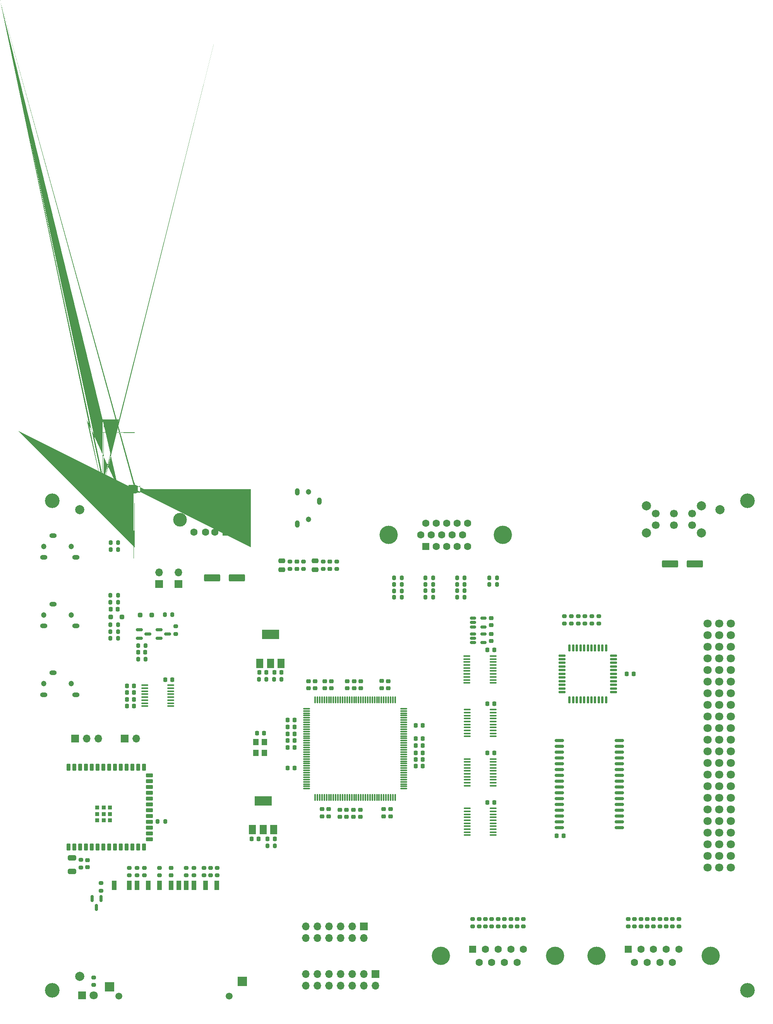
<source format=gts>
%TF.GenerationSoftware,KiCad,Pcbnew,(7.0.0)*%
%TF.CreationDate,2023-07-18T19:19:10-07:00*%
%TF.ProjectId,aquarius-plus,61717561-7269-4757-932d-706c75732e6b,rev?*%
%TF.SameCoordinates,Original*%
%TF.FileFunction,Soldermask,Top*%
%TF.FilePolarity,Negative*%
%FSLAX46Y46*%
G04 Gerber Fmt 4.6, Leading zero omitted, Abs format (unit mm)*
G04 Created by KiCad (PCBNEW (7.0.0)) date 2023-07-18 19:19:10*
%MOMM*%
%LPD*%
G01*
G04 APERTURE LIST*
G04 Aperture macros list*
%AMRoundRect*
0 Rectangle with rounded corners*
0 $1 Rounding radius*
0 $2 $3 $4 $5 $6 $7 $8 $9 X,Y pos of 4 corners*
0 Add a 4 corners polygon primitive as box body*
4,1,4,$2,$3,$4,$5,$6,$7,$8,$9,$2,$3,0*
0 Add four circle primitives for the rounded corners*
1,1,$1+$1,$2,$3*
1,1,$1+$1,$4,$5*
1,1,$1+$1,$6,$7*
1,1,$1+$1,$8,$9*
0 Add four rect primitives between the rounded corners*
20,1,$1+$1,$2,$3,$4,$5,0*
20,1,$1+$1,$4,$5,$6,$7,0*
20,1,$1+$1,$6,$7,$8,$9,0*
20,1,$1+$1,$8,$9,$2,$3,0*%
%AMFreePoly0*
4,1,205,1.200354,0.780354,1.200500,0.780000,1.200500,-0.775000,1.200354,-0.775354,1.200000,-0.775500,0.002000,-0.775500,0.001646,-0.775354,0.001500,-0.775000,0.001500,-0.774762,0.000000,-0.775000,-0.001500,-0.774762,-0.001500,-0.775000,-0.001503,-0.775009,-0.001500,-0.775020,-0.001580,-0.775194,-0.001646,-0.775354,-0.001655,-0.775357,-0.001660,-0.775368,-0.001839,-0.775433,-0.002000,-0.775500,
-0.002009,-0.775496,-0.002020,-0.775500,-0.027020,-0.774500,-0.027028,-0.774495,-0.027038,-0.774499,-0.053038,-0.772499,-0.053047,-0.772494,-0.053057,-0.772497,-0.079057,-0.769497,-0.079075,-0.769486,-0.079095,-0.769491,-0.105094,-0.764491,-0.105104,-0.764484,-0.105117,-0.764486,-0.130117,-0.758486,-0.130124,-0.758480,-0.130134,-0.758482,-0.155135,-0.751481,-0.155148,-0.751470,-0.155169,-0.751471,
-0.180169,-0.742470,-0.180177,-0.742462,-0.180192,-0.742462,-0.204192,-0.732462,-0.204198,-0.732455,-0.204208,-0.732455,-0.228208,-0.721455,-0.228223,-0.721437,-0.228246,-0.721435,-0.251246,-0.708435,-0.251248,-0.708431,-0.251254,-0.708431,-0.273254,-0.695430,-0.273267,-0.695412,-0.273291,-0.695407,-0.294291,-0.680407,-0.294295,-0.680400,-0.294303,-0.680398,-0.315303,-0.664398,-0.315310,-0.664385,
-0.315324,-0.664381,-0.335324,-0.647381,-0.335330,-0.647368,-0.335344,-0.647363,-0.354344,-0.629363,-0.354349,-0.629349,-0.354363,-0.629344,-0.372363,-0.610344,-0.372368,-0.610330,-0.372381,-0.610324,-0.389381,-0.590324,-0.389385,-0.590310,-0.389398,-0.590303,-0.405398,-0.569303,-0.405400,-0.569295,-0.405407,-0.569291,-0.420407,-0.548291,-0.420412,-0.548267,-0.420430,-0.548254,-0.433430,-0.526254,
-0.433430,-0.526249,-0.433435,-0.526246,-0.446435,-0.503246,-0.446437,-0.503224,-0.446454,-0.503209,-0.457455,-0.479208,-0.457455,-0.479198,-0.457462,-0.479192,-0.467462,-0.455192,-0.467462,-0.455178,-0.467470,-0.455170,-0.476470,-0.430169,-0.476469,-0.430150,-0.476481,-0.430135,-0.483481,-0.405135,-0.483479,-0.405125,-0.483486,-0.405117,-0.489486,-0.380117,-0.489484,-0.380104,-0.489491,-0.380094,
-0.494491,-0.354094,-0.494487,-0.354075,-0.494497,-0.354058,-0.497497,-0.328057,-0.497494,-0.328048,-0.497499,-0.328039,-0.499499,-0.302038,-0.499495,-0.302028,-0.499500,-0.302019,-0.500500,-0.275019,-0.500496,-0.275008,-0.500500,-0.275000,-0.500500,0.275000,-0.500496,0.275008,-0.500500,0.275019,-0.499500,0.301019,-0.499495,0.301028,-0.499499,0.301038,-0.497499,0.327039,-0.497494,0.327048,
-0.497497,0.327057,-0.494497,0.353058,-0.494487,0.353075,-0.494491,0.353094,-0.489491,0.379094,-0.489484,0.379104,-0.489486,0.379117,-0.483486,0.404117,-0.483482,0.404122,-0.483483,0.404130,-0.476483,0.430130,-0.476467,0.430150,-0.476468,0.430176,-0.467468,0.454176,-0.467462,0.454182,-0.467462,0.454192,-0.457462,0.478192,-0.457455,0.478198,-0.457455,0.478208,-0.446454,0.502209,
-0.446437,0.502224,-0.446435,0.502246,-0.433435,0.525246,-0.433424,0.525254,-0.433422,0.525268,-0.405422,0.569269,-0.405403,0.569281,-0.405398,0.569303,-0.389398,0.590303,-0.389385,0.590310,-0.389381,0.590324,-0.372381,0.610324,-0.372368,0.610330,-0.372363,0.610344,-0.354363,0.629344,-0.354349,0.629349,-0.354344,0.629363,-0.335344,0.647363,-0.335330,0.647368,-0.335324,0.647381,
-0.315324,0.664381,-0.315310,0.664385,-0.315303,0.664398,-0.294303,0.680398,-0.294280,0.680403,-0.294268,0.680422,-0.250268,0.708422,-0.250254,0.708424,-0.250246,0.708435,-0.227246,0.721435,-0.227223,0.721437,-0.227208,0.721455,-0.203208,0.732455,-0.203198,0.732455,-0.203192,0.732462,-0.179192,0.742462,-0.179182,0.742462,-0.179176,0.742468,-0.155176,0.751468,-0.155150,0.751467,
-0.155130,0.751483,-0.129130,0.758483,-0.129122,0.758482,-0.129117,0.758486,-0.104117,0.764486,-0.104104,0.764484,-0.104094,0.764491,-0.078095,0.769491,-0.078075,0.769486,-0.078057,0.769497,-0.052057,0.772497,-0.052047,0.772494,-0.052038,0.772499,-0.026038,0.774499,-0.026028,0.774495,-0.026019,0.774500,-0.000019,0.775500,-0.000008,0.775496,0.000000,0.775500,1.194500,0.775500,
1.194500,0.780000,1.194646,0.780354,1.195000,0.780500,1.200000,0.780500,1.200354,0.780354,1.200354,0.780354,$1*%
%AMFreePoly1*
4,1,205,-0.001646,0.775354,-0.001500,0.775000,-0.001500,0.774762,0.000000,0.775000,0.001500,0.774762,0.001500,0.775000,0.001503,0.775009,0.001500,0.775020,0.001580,0.775194,0.001646,0.775354,0.001655,0.775357,0.001660,0.775368,0.001839,0.775433,0.002000,0.775500,0.002009,0.775496,0.002020,0.775500,0.027020,0.774500,0.027028,0.774495,0.027038,0.774499,0.053039,0.772499,
0.053048,0.772494,0.053057,0.772497,0.079058,0.769497,0.079075,0.769487,0.079094,0.769491,0.105094,0.764491,0.105104,0.764484,0.105117,0.764486,0.130117,0.758486,0.130125,0.758479,0.130135,0.758481,0.155135,0.751481,0.155150,0.751469,0.155169,0.751470,0.180170,0.742470,0.180178,0.742462,0.180192,0.742462,0.204192,0.732462,0.204198,0.732455,0.204208,0.732455,
0.228209,0.721454,0.228224,0.721437,0.228246,0.721435,0.251246,0.708435,0.251249,0.708430,0.251254,0.708430,0.273254,0.695430,0.273267,0.695412,0.273291,0.695407,0.294291,0.680407,0.294295,0.680400,0.294303,0.680398,0.315303,0.664398,0.315310,0.664385,0.315324,0.664381,0.335324,0.647381,0.335330,0.647368,0.335344,0.647363,0.354344,0.629363,0.354349,0.629349,
0.354363,0.629344,0.372363,0.610344,0.372368,0.610330,0.372381,0.610324,0.389381,0.590324,0.389385,0.590310,0.389398,0.590303,0.405398,0.569303,0.405400,0.569295,0.405407,0.569291,0.420407,0.548291,0.420412,0.548267,0.420430,0.548254,0.433431,0.526254,0.433431,0.526248,0.433435,0.526246,0.446435,0.503246,0.446437,0.503223,0.446455,0.503208,0.457455,0.479208,
0.457455,0.479198,0.457462,0.479192,0.467462,0.455192,0.467462,0.455177,0.467470,0.455169,0.476471,0.430169,0.476470,0.430148,0.476481,0.430135,0.483482,0.405134,0.483480,0.405124,0.483486,0.405117,0.489486,0.380117,0.489484,0.380104,0.489491,0.380094,0.494491,0.354095,0.494486,0.354075,0.494497,0.354057,0.497497,0.328057,0.497494,0.328047,0.497499,0.328038,
0.499499,0.302038,0.499495,0.302028,0.499500,0.302019,0.500500,0.275018,0.500496,0.275008,0.500500,0.275000,0.500500,-0.275000,0.500496,-0.275008,0.500500,-0.275019,0.499500,-0.301019,0.499495,-0.301028,0.499499,-0.301038,0.497499,-0.327038,0.497494,-0.327047,0.497497,-0.327057,0.494497,-0.353057,0.494486,-0.353075,0.494491,-0.353095,0.489491,-0.379094,0.489484,-0.379104,
0.489486,-0.379117,0.483486,-0.404117,0.483482,-0.404122,0.483483,-0.404130,0.476483,-0.430130,0.476467,-0.430150,0.476468,-0.430176,0.467468,-0.454176,0.467462,-0.454182,0.467462,-0.454192,0.457462,-0.478192,0.457455,-0.478198,0.457455,-0.478208,0.446455,-0.502208,0.446437,-0.502223,0.446435,-0.502246,0.433435,-0.525246,0.433424,-0.525254,0.433422,-0.525268,0.405422,-0.569268,
0.405403,-0.569280,0.405398,-0.569303,0.389398,-0.590303,0.389385,-0.590310,0.389381,-0.590324,0.372381,-0.610324,0.372368,-0.610330,0.372363,-0.610344,0.354363,-0.629344,0.354349,-0.629349,0.354344,-0.629363,0.335344,-0.647363,0.335330,-0.647368,0.335324,-0.647381,0.315324,-0.664381,0.315310,-0.664385,0.315303,-0.664398,0.294303,-0.680398,0.294281,-0.680403,0.294269,-0.680422,
0.250268,-0.708422,0.250254,-0.708424,0.250246,-0.708435,0.227246,-0.721435,0.227224,-0.721437,0.227209,-0.721454,0.203208,-0.732455,0.203198,-0.732455,0.203192,-0.732462,0.179192,-0.742462,0.179182,-0.742462,0.179176,-0.742468,0.155176,-0.751468,0.155150,-0.751467,0.155130,-0.751483,0.129130,-0.758483,0.129122,-0.758482,0.129117,-0.758486,0.104117,-0.764486,0.104104,-0.764484,
0.104094,-0.764491,0.078094,-0.769491,0.078075,-0.769487,0.078058,-0.769497,0.052057,-0.772497,0.052048,-0.772494,0.052039,-0.772499,0.026038,-0.774499,0.026028,-0.774495,0.026019,-0.774500,0.000019,-0.775500,0.000008,-0.775496,0.000000,-0.775500,-1.194500,-0.775500,-1.194500,-0.780000,-1.194646,-0.780354,-1.195000,-0.780500,-1.200000,-0.780500,-1.200354,-0.780354,-1.200500,-0.780000,
-1.200500,0.775000,-1.200354,0.775354,-1.200000,0.775500,-0.002000,0.775500,-0.001646,0.775354,-0.001646,0.775354,$1*%
G04 Aperture macros list end*
%ADD10C,0.000100*%
%ADD11C,1.200000*%
%ADD12O,1.600000X1.000000*%
%ADD13O,1.000000X1.600000*%
%ADD14RoundRect,0.225000X0.250000X-0.225000X0.250000X0.225000X-0.250000X0.225000X-0.250000X-0.225000X0*%
%ADD15RoundRect,0.200000X0.275000X-0.200000X0.275000X0.200000X-0.275000X0.200000X-0.275000X-0.200000X0*%
%ADD16C,1.800000*%
%ADD17RoundRect,0.200000X-0.275000X0.200000X-0.275000X-0.200000X0.275000X-0.200000X0.275000X0.200000X0*%
%ADD18RoundRect,0.100000X-0.637500X-0.100000X0.637500X-0.100000X0.637500X0.100000X-0.637500X0.100000X0*%
%ADD19RoundRect,0.150000X0.875000X0.150000X-0.875000X0.150000X-0.875000X-0.150000X0.875000X-0.150000X0*%
%ADD20R,1.700000X1.700000*%
%ADD21O,1.700000X1.700000*%
%ADD22RoundRect,0.200000X-0.200000X-0.275000X0.200000X-0.275000X0.200000X0.275000X-0.200000X0.275000X0*%
%ADD23RoundRect,0.225000X-0.250000X0.225000X-0.250000X-0.225000X0.250000X-0.225000X0.250000X0.225000X0*%
%ADD24C,4.000000*%
%ADD25R,1.600000X1.600000*%
%ADD26C,1.600000*%
%ADD27R,1.500000X2.000000*%
%ADD28R,3.800000X2.000000*%
%ADD29RoundRect,0.075000X-0.075000X0.662500X-0.075000X-0.662500X0.075000X-0.662500X0.075000X0.662500X0*%
%ADD30RoundRect,0.075000X-0.662500X0.075000X-0.662500X-0.075000X0.662500X-0.075000X0.662500X0.075000X0*%
%ADD31C,3.200000*%
%ADD32RoundRect,0.225000X0.225000X0.250000X-0.225000X0.250000X-0.225000X-0.250000X0.225000X-0.250000X0*%
%ADD33RoundRect,0.225000X-0.225000X-0.250000X0.225000X-0.250000X0.225000X0.250000X-0.225000X0.250000X0*%
%ADD34RoundRect,0.250000X0.475000X-0.250000X0.475000X0.250000X-0.475000X0.250000X-0.475000X-0.250000X0*%
%ADD35RoundRect,0.150000X-0.587500X-0.150000X0.587500X-0.150000X0.587500X0.150000X-0.587500X0.150000X0*%
%ADD36RoundRect,0.200000X0.200000X0.275000X-0.200000X0.275000X-0.200000X-0.275000X0.200000X-0.275000X0*%
%ADD37C,2.000000*%
%ADD38C,1.700000*%
%ADD39R,0.400000X1.350000*%
%ADD40FreePoly0,180.000000*%
%ADD41O,1.300000X0.650000*%
%ADD42R,1.500000X1.550000*%
%ADD43FreePoly1,180.000000*%
%ADD44C,1.500000*%
%ADD45R,1.000000X2.000000*%
%ADD46RoundRect,0.000000X-0.500000X-1.000000X0.500000X-1.000000X0.500000X1.000000X-0.500000X1.000000X0*%
%ADD47R,2.000000X2.000000*%
%ADD48RoundRect,0.150000X-0.512500X-0.150000X0.512500X-0.150000X0.512500X0.150000X-0.512500X0.150000X0*%
%ADD49RoundRect,0.137500X0.600000X0.137500X-0.600000X0.137500X-0.600000X-0.137500X0.600000X-0.137500X0*%
%ADD50RoundRect,0.137500X0.137500X0.600000X-0.137500X0.600000X-0.137500X-0.600000X0.137500X-0.600000X0*%
%ADD51R,1.600000X1.500000*%
%ADD52C,3.000000*%
%ADD53R,1.800000X1.800000*%
%ADD54RoundRect,0.250000X1.500000X0.550000X-1.500000X0.550000X-1.500000X-0.550000X1.500000X-0.550000X0*%
%ADD55RoundRect,0.250000X0.250000X0.250000X-0.250000X0.250000X-0.250000X-0.250000X0.250000X-0.250000X0*%
%ADD56R,1.200000X1.400000*%
%ADD57RoundRect,0.250000X-0.650000X0.325000X-0.650000X-0.325000X0.650000X-0.325000X0.650000X0.325000X0*%
%ADD58RoundRect,0.225000X0.225000X0.525000X-0.225000X0.525000X-0.225000X-0.525000X0.225000X-0.525000X0*%
%ADD59RoundRect,0.225000X-0.525000X0.225000X-0.525000X-0.225000X0.525000X-0.225000X0.525000X0.225000X0*%
%ADD60RoundRect,0.225000X-0.225000X-0.525000X0.225000X-0.525000X0.225000X0.525000X-0.225000X0.525000X0*%
%ADD61RoundRect,0.225000X-0.225000X-0.225000X0.225000X-0.225000X0.225000X0.225000X-0.225000X0.225000X0*%
%ADD62RoundRect,0.150000X-0.150000X0.587500X-0.150000X-0.587500X0.150000X-0.587500X0.150000X0.587500X0*%
G04 APERTURE END LIST*
%TO.C,J1*%
G36*
X87093152Y-35585469D02*
G01*
X87119152Y-35587469D01*
X87145152Y-35590469D01*
X87171152Y-35595469D01*
X87196152Y-35601469D01*
X87222152Y-35608469D01*
X87246152Y-35617469D01*
X87270152Y-35627469D01*
X87294152Y-35638469D01*
X87317152Y-35651469D01*
X87339152Y-35665469D01*
X87361152Y-35679469D01*
X87382152Y-35695469D01*
X87402152Y-35712469D01*
X87421152Y-35730469D01*
X87439152Y-35749469D01*
X87456152Y-35769469D01*
X87472152Y-35790469D01*
X87486152Y-35812469D01*
X87500152Y-35834469D01*
X87513152Y-35857469D01*
X87524152Y-35881469D01*
X87534152Y-35905469D01*
X87543152Y-35929469D01*
X87550152Y-35955469D01*
X87556152Y-35980469D01*
X87561152Y-36006469D01*
X87564152Y-36032469D01*
X87566152Y-36058469D01*
X87567152Y-36084469D01*
X87567152Y-36834469D01*
X87566152Y-36860469D01*
X87564152Y-36886469D01*
X87561152Y-36912469D01*
X87556152Y-36938469D01*
X87550152Y-36963469D01*
X87543152Y-36989469D01*
X87534152Y-37013469D01*
X87524152Y-37037469D01*
X87513152Y-37061469D01*
X87500152Y-37084469D01*
X87486152Y-37106469D01*
X87472152Y-37128469D01*
X87456152Y-37149469D01*
X87439152Y-37169469D01*
X87421152Y-37188469D01*
X87402152Y-37206469D01*
X87382152Y-37223469D01*
X87361152Y-37239469D01*
X87339152Y-37253469D01*
X87317152Y-37267469D01*
X87294152Y-37280469D01*
X87270152Y-37291469D01*
X87246152Y-37301469D01*
X87222152Y-37310469D01*
X87196152Y-37317469D01*
X87171152Y-37323469D01*
X87145152Y-37328469D01*
X87119152Y-37331469D01*
X87093152Y-37333469D01*
X87067152Y-37334469D01*
X85667152Y-37334469D01*
X85667152Y-35584469D01*
X87067152Y-35584469D01*
X87093152Y-35585469D01*
G37*
D10*
X87093152Y-35585469D02*
X87119152Y-35587469D01*
X87145152Y-35590469D01*
X87171152Y-35595469D01*
X87196152Y-35601469D01*
X87222152Y-35608469D01*
X87246152Y-35617469D01*
X87270152Y-35627469D01*
X87294152Y-35638469D01*
X87317152Y-35651469D01*
X87339152Y-35665469D01*
X87361152Y-35679469D01*
X87382152Y-35695469D01*
X87402152Y-35712469D01*
X87421152Y-35730469D01*
X87439152Y-35749469D01*
X87456152Y-35769469D01*
X87472152Y-35790469D01*
X87486152Y-35812469D01*
X87500152Y-35834469D01*
X87513152Y-35857469D01*
X87524152Y-35881469D01*
X87534152Y-35905469D01*
X87543152Y-35929469D01*
X87550152Y-35955469D01*
X87556152Y-35980469D01*
X87561152Y-36006469D01*
X87564152Y-36032469D01*
X87566152Y-36058469D01*
X87567152Y-36084469D01*
X87567152Y-36834469D01*
X87566152Y-36860469D01*
X87564152Y-36886469D01*
X87561152Y-36912469D01*
X87556152Y-36938469D01*
X87550152Y-36963469D01*
X87543152Y-36989469D01*
X87534152Y-37013469D01*
X87524152Y-37037469D01*
X87513152Y-37061469D01*
X87500152Y-37084469D01*
X87486152Y-37106469D01*
X87472152Y-37128469D01*
X87456152Y-37149469D01*
X87439152Y-37169469D01*
X87421152Y-37188469D01*
X87402152Y-37206469D01*
X87382152Y-37223469D01*
X87361152Y-37239469D01*
X87339152Y-37253469D01*
X87317152Y-37267469D01*
X87294152Y-37280469D01*
X87270152Y-37291469D01*
X87246152Y-37301469D01*
X87222152Y-37310469D01*
X87196152Y-37317469D01*
X87171152Y-37323469D01*
X87145152Y-37328469D01*
X87119152Y-37331469D01*
X87093152Y-37333469D01*
X87067152Y-37334469D01*
X85667152Y-37334469D01*
X85667152Y-35584469D01*
X87067152Y-35584469D01*
X87093152Y-35585469D01*
G36*
X81267152Y-37334469D02*
G01*
X79867152Y-37334469D01*
X79841152Y-37333469D01*
X79815152Y-37331469D01*
X79789152Y-37328469D01*
X79763152Y-37323469D01*
X79738152Y-37317469D01*
X79712152Y-37310469D01*
X79688152Y-37301469D01*
X79664152Y-37291469D01*
X79640152Y-37280469D01*
X79617152Y-37267469D01*
X79595152Y-37253469D01*
X79573152Y-37239469D01*
X79552152Y-37223469D01*
X79532152Y-37206469D01*
X79513152Y-37188469D01*
X79495152Y-37169469D01*
X79478152Y-37149469D01*
X79462152Y-37128469D01*
X79448152Y-37106469D01*
X79434152Y-37084469D01*
X79421152Y-37061469D01*
X79410152Y-37037469D01*
X79400152Y-37013469D01*
X79391152Y-36989469D01*
X79384152Y-36963469D01*
X79378152Y-36938469D01*
X79373152Y-36912469D01*
X79370152Y-36886469D01*
X79368152Y-36860469D01*
X79367152Y-36834469D01*
X79367152Y-36084469D01*
X79368152Y-36058469D01*
X79370152Y-36032469D01*
X79373152Y-36006469D01*
X79378152Y-35980469D01*
X79384152Y-35955469D01*
X79391152Y-35929469D01*
X79400152Y-35905469D01*
X79410152Y-35881469D01*
X79421152Y-35857469D01*
X79434152Y-35834469D01*
X79448152Y-35812469D01*
X79462152Y-35790469D01*
X79478152Y-35769469D01*
X79495152Y-35749469D01*
X79513152Y-35730469D01*
X79532152Y-35712469D01*
X79552152Y-35695469D01*
X79573152Y-35679469D01*
X79595152Y-35665469D01*
X79617152Y-35651469D01*
X79640152Y-35638469D01*
X79664152Y-35627469D01*
X79688152Y-35617469D01*
X79712152Y-35608469D01*
X79738152Y-35601469D01*
X79763152Y-35595469D01*
X79789152Y-35590469D01*
X79815152Y-35587469D01*
X79841152Y-35585469D01*
X79867152Y-35584469D01*
X81267152Y-35584469D01*
X81267152Y-37334469D01*
G37*
X81267152Y-37334469D02*
X79867152Y-37334469D01*
X79841152Y-37333469D01*
X79815152Y-37331469D01*
X79789152Y-37328469D01*
X79763152Y-37323469D01*
X79738152Y-37317469D01*
X79712152Y-37310469D01*
X79688152Y-37301469D01*
X79664152Y-37291469D01*
X79640152Y-37280469D01*
X79617152Y-37267469D01*
X79595152Y-37253469D01*
X79573152Y-37239469D01*
X79552152Y-37223469D01*
X79532152Y-37206469D01*
X79513152Y-37188469D01*
X79495152Y-37169469D01*
X79478152Y-37149469D01*
X79462152Y-37128469D01*
X79448152Y-37106469D01*
X79434152Y-37084469D01*
X79421152Y-37061469D01*
X79410152Y-37037469D01*
X79400152Y-37013469D01*
X79391152Y-36989469D01*
X79384152Y-36963469D01*
X79378152Y-36938469D01*
X79373152Y-36912469D01*
X79370152Y-36886469D01*
X79368152Y-36860469D01*
X79367152Y-36834469D01*
X79367152Y-36084469D01*
X79368152Y-36058469D01*
X79370152Y-36032469D01*
X79373152Y-36006469D01*
X79378152Y-35980469D01*
X79384152Y-35955469D01*
X79391152Y-35929469D01*
X79400152Y-35905469D01*
X79410152Y-35881469D01*
X79421152Y-35857469D01*
X79434152Y-35834469D01*
X79448152Y-35812469D01*
X79462152Y-35790469D01*
X79478152Y-35769469D01*
X79495152Y-35749469D01*
X79513152Y-35730469D01*
X79532152Y-35712469D01*
X79552152Y-35695469D01*
X79573152Y-35679469D01*
X79595152Y-35665469D01*
X79617152Y-35651469D01*
X79640152Y-35638469D01*
X79664152Y-35627469D01*
X79688152Y-35617469D01*
X79712152Y-35608469D01*
X79738152Y-35601469D01*
X79763152Y-35595469D01*
X79789152Y-35590469D01*
X79815152Y-35587469D01*
X79841152Y-35585469D01*
X79867152Y-35584469D01*
X81267152Y-35584469D01*
X81267152Y-37334469D01*
%TD*%
D11*
%TO.C,J6*%
X67100000Y-64000000D03*
X73100000Y-64000000D03*
D12*
X69099999Y-61599999D03*
X67099999Y-66399999D03*
X74099999Y-66399999D03*
%TD*%
D11*
%TO.C,J8*%
X67100000Y-79000000D03*
X73100000Y-79000000D03*
D12*
X69099999Y-76599999D03*
X67099999Y-81399999D03*
X74099999Y-81399999D03*
%TD*%
D11*
%TO.C,J3*%
X125000000Y-37100000D03*
X125000000Y-43100000D03*
D13*
X127399999Y-39099999D03*
X122599999Y-37099999D03*
X122599999Y-44099999D03*
%TD*%
D11*
%TO.C,J5*%
X67100000Y-49000000D03*
X73100000Y-49000000D03*
D12*
X69099999Y-46599999D03*
X67099999Y-51399999D03*
X74099999Y-51399999D03*
%TD*%
D14*
%TO.C,C21*%
X140997000Y-79981200D03*
X140997000Y-78431200D03*
%TD*%
D15*
%TO.C,R66*%
X204645000Y-132080000D03*
X204645000Y-130430000D03*
%TD*%
D16*
%TO.C,J7*%
X214825000Y-65830000D03*
X212285000Y-65830000D03*
X217365000Y-65830000D03*
X214825000Y-68370000D03*
X212285000Y-68370000D03*
X217365000Y-68370000D03*
X214825000Y-70910000D03*
X212285000Y-70910000D03*
X217365000Y-70910000D03*
X214825000Y-73450000D03*
X212285000Y-73450000D03*
X217365000Y-73450000D03*
X214825000Y-75990000D03*
X212285000Y-75990000D03*
X217365000Y-75990000D03*
X214825000Y-78530000D03*
X212285000Y-78530000D03*
X217365000Y-78530000D03*
X214825000Y-81070000D03*
X212285000Y-81070000D03*
X217365000Y-81070000D03*
X214825000Y-83610000D03*
X212285000Y-83610000D03*
X217365000Y-83610000D03*
X214825000Y-86150000D03*
X212285000Y-86150000D03*
X217365000Y-86150000D03*
X214825000Y-88690000D03*
X212285000Y-88690000D03*
X217365000Y-88690000D03*
X214825000Y-91230000D03*
X212285000Y-91230000D03*
X217365000Y-91230000D03*
X214825000Y-93770000D03*
X212285000Y-93770000D03*
X217365000Y-93770000D03*
X214825000Y-96310000D03*
X212285000Y-96310000D03*
X217365000Y-96310000D03*
X214825000Y-98850000D03*
X212285000Y-98850000D03*
X217365000Y-98850000D03*
X214825000Y-101390000D03*
X212285000Y-101390000D03*
X217365000Y-101390000D03*
X214825000Y-103930000D03*
X212285000Y-103930000D03*
X217365000Y-103930000D03*
X214825000Y-106470000D03*
X212285000Y-106470000D03*
X217365000Y-106470000D03*
X214825000Y-109010000D03*
X212285000Y-109010000D03*
X217365000Y-109010000D03*
X214825000Y-111550000D03*
X212285000Y-111550000D03*
X217365000Y-111550000D03*
X214825000Y-114090000D03*
X212285000Y-114090000D03*
X217365000Y-114090000D03*
X214825000Y-116630000D03*
X212285000Y-116630000D03*
X217365000Y-116630000D03*
X214825000Y-119170000D03*
X212285000Y-119170000D03*
X217365000Y-119170000D03*
%TD*%
D17*
%TO.C,R24*%
X182497500Y-64238100D03*
X182497500Y-65888100D03*
%TD*%
D15*
%TO.C,R49*%
X75200000Y-119175000D03*
X75200000Y-117525000D03*
%TD*%
D18*
%TO.C,U5*%
X89194200Y-79361700D03*
X89194200Y-80011700D03*
X89194200Y-80661700D03*
X89194200Y-81311700D03*
X89194200Y-81961700D03*
X89194200Y-82611700D03*
X89194200Y-83261700D03*
X89194200Y-83911700D03*
X94919200Y-83911700D03*
X94919200Y-83261700D03*
X94919200Y-82611700D03*
X94919200Y-81961700D03*
X94919200Y-81311700D03*
X94919200Y-80661700D03*
X94919200Y-80011700D03*
X94919200Y-79361700D03*
%TD*%
D19*
%TO.C,U13*%
X192972700Y-110490000D03*
X192972700Y-109220000D03*
X192972700Y-107950000D03*
X192972700Y-106680000D03*
X192972700Y-105410000D03*
X192972700Y-104140000D03*
X192972700Y-102870000D03*
X192972700Y-101600000D03*
X192972700Y-100330000D03*
X192972700Y-99060000D03*
X192972700Y-97790000D03*
X192972700Y-96520000D03*
X192972700Y-95250000D03*
X192972700Y-93980000D03*
X192972700Y-92710000D03*
X192972700Y-91440000D03*
X179872700Y-91440000D03*
X179872700Y-92710000D03*
X179872700Y-93980000D03*
X179872700Y-95250000D03*
X179872700Y-96520000D03*
X179872700Y-97790000D03*
X179872700Y-99060000D03*
X179872700Y-100330000D03*
X179872700Y-101600000D03*
X179872700Y-102870000D03*
X179872700Y-104140000D03*
X179872700Y-105410000D03*
X179872700Y-106680000D03*
X179872700Y-107950000D03*
X179872700Y-109220000D03*
X179872700Y-110490000D03*
%TD*%
D20*
%TO.C,JP3*%
X84804199Y-91006999D03*
D21*
X87344199Y-91006999D03*
%TD*%
D17*
%TO.C,R47*%
X103611700Y-119273200D03*
X103611700Y-120923200D03*
%TD*%
D15*
%TO.C,R53*%
X165100000Y-132080000D03*
X165100000Y-130430000D03*
%TD*%
D22*
%TO.C,R20*%
X150609500Y-60120100D03*
X152259500Y-60120100D03*
%TD*%
%TO.C,R13*%
X157494300Y-57282000D03*
X159144300Y-57282000D03*
%TD*%
D23*
%TO.C,C46*%
X136350000Y-106562500D03*
X136350000Y-108112500D03*
%TD*%
D24*
%TO.C,J11*%
X187990000Y-138489700D03*
X212990000Y-138489700D03*
D25*
X194949999Y-137069699D03*
D26*
X197720000Y-137069700D03*
X200490000Y-137069700D03*
X203260000Y-137069700D03*
X206030000Y-137069700D03*
X196335000Y-139909700D03*
X199105000Y-139909700D03*
X201875000Y-139909700D03*
X204645000Y-139909700D03*
%TD*%
D15*
%TO.C,R64*%
X201875000Y-132080000D03*
X201875000Y-130430000D03*
%TD*%
%TO.C,R54*%
X166490000Y-132080000D03*
X166490000Y-130430000D03*
%TD*%
D14*
%TO.C,C4*%
X129699400Y-53898800D03*
X129699400Y-52348800D03*
%TD*%
D27*
%TO.C,U3*%
X114393326Y-74549999D03*
X116693326Y-74549999D03*
D28*
X116693326Y-68249999D03*
D27*
X118993326Y-74549999D03*
%TD*%
D23*
%TO.C,C52*%
X134850000Y-106562500D03*
X134850000Y-108112500D03*
%TD*%
D17*
%TO.C,R46*%
X102150300Y-119272500D03*
X102150300Y-120922500D03*
%TD*%
D29*
%TO.C,U6*%
X143970000Y-82550000D03*
X143470000Y-82550000D03*
X142970000Y-82550000D03*
X142470000Y-82550000D03*
X141970000Y-82550000D03*
X141470000Y-82550000D03*
X140970000Y-82550000D03*
X140470000Y-82550000D03*
X139970000Y-82550000D03*
X139470000Y-82550000D03*
X138970000Y-82550000D03*
X138470000Y-82550000D03*
X137970000Y-82550000D03*
X137470000Y-82550000D03*
X136970000Y-82550000D03*
X136470000Y-82550000D03*
X135970000Y-82550000D03*
X135470000Y-82550000D03*
X134970000Y-82550000D03*
X134470000Y-82550000D03*
X133970000Y-82550000D03*
X133470000Y-82550000D03*
X132970000Y-82550000D03*
X132470000Y-82550000D03*
X131970000Y-82550000D03*
X131470000Y-82550000D03*
X130970000Y-82550000D03*
X130470000Y-82550000D03*
X129970000Y-82550000D03*
X129470000Y-82550000D03*
X128970000Y-82550000D03*
X128470000Y-82550000D03*
X127970000Y-82550000D03*
X127470000Y-82550000D03*
X126970000Y-82550000D03*
X126470000Y-82550000D03*
D30*
X124557500Y-84462500D03*
X124557500Y-84962500D03*
X124557500Y-85462500D03*
X124557500Y-85962500D03*
X124557500Y-86462500D03*
X124557500Y-86962500D03*
X124557500Y-87462500D03*
X124557500Y-87962500D03*
X124557500Y-88462500D03*
X124557500Y-88962500D03*
X124557500Y-89462500D03*
X124557500Y-89962500D03*
X124557500Y-90462500D03*
X124557500Y-90962500D03*
X124557500Y-91462500D03*
X124557500Y-91962500D03*
X124557500Y-92462500D03*
X124557500Y-92962500D03*
X124557500Y-93462500D03*
X124557500Y-93962500D03*
X124557500Y-94462500D03*
X124557500Y-94962500D03*
X124557500Y-95462500D03*
X124557500Y-95962500D03*
X124557500Y-96462500D03*
X124557500Y-96962500D03*
X124557500Y-97462500D03*
X124557500Y-97962500D03*
X124557500Y-98462500D03*
X124557500Y-98962500D03*
X124557500Y-99462500D03*
X124557500Y-99962500D03*
X124557500Y-100462500D03*
X124557500Y-100962500D03*
X124557500Y-101462500D03*
X124557500Y-101962500D03*
D29*
X126470000Y-103875000D03*
X126970000Y-103875000D03*
X127470000Y-103875000D03*
X127970000Y-103875000D03*
X128470000Y-103875000D03*
X128970000Y-103875000D03*
X129470000Y-103875000D03*
X129970000Y-103875000D03*
X130470000Y-103875000D03*
X130970000Y-103875000D03*
X131470000Y-103875000D03*
X131970000Y-103875000D03*
X132470000Y-103875000D03*
X132970000Y-103875000D03*
X133470000Y-103875000D03*
X133970000Y-103875000D03*
X134470000Y-103875000D03*
X134970000Y-103875000D03*
X135470000Y-103875000D03*
X135970000Y-103875000D03*
X136470000Y-103875000D03*
X136970000Y-103875000D03*
X137470000Y-103875000D03*
X137970000Y-103875000D03*
X138470000Y-103875000D03*
X138970000Y-103875000D03*
X139470000Y-103875000D03*
X139970000Y-103875000D03*
X140470000Y-103875000D03*
X140970000Y-103875000D03*
X141470000Y-103875000D03*
X141970000Y-103875000D03*
X142470000Y-103875000D03*
X142970000Y-103875000D03*
X143470000Y-103875000D03*
X143970000Y-103875000D03*
D30*
X145882500Y-101962500D03*
X145882500Y-101462500D03*
X145882500Y-100962500D03*
X145882500Y-100462500D03*
X145882500Y-99962500D03*
X145882500Y-99462500D03*
X145882500Y-98962500D03*
X145882500Y-98462500D03*
X145882500Y-97962500D03*
X145882500Y-97462500D03*
X145882500Y-96962500D03*
X145882500Y-96462500D03*
X145882500Y-95962500D03*
X145882500Y-95462500D03*
X145882500Y-94962500D03*
X145882500Y-94462500D03*
X145882500Y-93962500D03*
X145882500Y-93462500D03*
X145882500Y-92962500D03*
X145882500Y-92462500D03*
X145882500Y-91962500D03*
X145882500Y-91462500D03*
X145882500Y-90962500D03*
X145882500Y-90462500D03*
X145882500Y-89962500D03*
X145882500Y-89462500D03*
X145882500Y-88962500D03*
X145882500Y-88462500D03*
X145882500Y-87962500D03*
X145882500Y-87462500D03*
X145882500Y-86962500D03*
X145882500Y-86462500D03*
X145882500Y-85962500D03*
X145882500Y-85462500D03*
X145882500Y-84962500D03*
X145882500Y-84462500D03*
%TD*%
D31*
%TO.C,H4*%
X221000000Y-146000000D03*
%TD*%
D22*
%TO.C,R15*%
X143738600Y-58716700D03*
X145388600Y-58716700D03*
%TD*%
D31*
%TO.C,H3*%
X69000000Y-146000000D03*
%TD*%
D17*
%TO.C,R25*%
X184000000Y-64238100D03*
X184000000Y-65888100D03*
%TD*%
D20*
%TO.C,JP1*%
X92349199Y-57250999D03*
D21*
X92349199Y-54710999D03*
%TD*%
D15*
%TO.C,R59*%
X194950000Y-132080000D03*
X194950000Y-130430000D03*
%TD*%
D32*
%TO.C,C47*%
X114100000Y-112925600D03*
X112550000Y-112925600D03*
%TD*%
D23*
%TO.C,C35*%
X133350000Y-106575000D03*
X133350000Y-108125000D03*
%TD*%
D33*
%TO.C,C55*%
X179296800Y-112226000D03*
X180846800Y-112226000D03*
%TD*%
D14*
%TO.C,C20*%
X125000000Y-79983800D03*
X125000000Y-78433800D03*
%TD*%
D34*
%TO.C,C3*%
X126449400Y-54073800D03*
X126449400Y-52173800D03*
%TD*%
D17*
%TO.C,R23*%
X181000000Y-64238100D03*
X181000000Y-65888100D03*
%TD*%
D22*
%TO.C,R22*%
X81675000Y-61200000D03*
X83325000Y-61200000D03*
%TD*%
D35*
%TO.C,Q2*%
X92300000Y-67200000D03*
X92300000Y-69100000D03*
X94175000Y-68150000D03*
%TD*%
D14*
%TO.C,C19*%
X136470000Y-79987500D03*
X136470000Y-78437500D03*
%TD*%
D15*
%TO.C,R4*%
X123945700Y-53957300D03*
X123945700Y-52307300D03*
%TD*%
D36*
%TO.C,R1*%
X83375000Y-48202700D03*
X81725000Y-48202700D03*
%TD*%
D20*
%TO.C,J10*%
X137159999Y-132079999D03*
D21*
X137159999Y-134619999D03*
X134619999Y-132079999D03*
X134619999Y-134619999D03*
X132079999Y-132079999D03*
X132079999Y-134619999D03*
X129539999Y-132079999D03*
X129539999Y-134619999D03*
X126999999Y-132079999D03*
X126999999Y-134619999D03*
X124459999Y-132079999D03*
X124459999Y-134619999D03*
%TD*%
D22*
%TO.C,R18*%
X81675000Y-59690000D03*
X83325000Y-59690000D03*
%TD*%
D14*
%TO.C,C56*%
X94954900Y-120871400D03*
X94954900Y-119321400D03*
%TD*%
D32*
%TO.C,C48*%
X117625000Y-112925600D03*
X116075000Y-112925600D03*
%TD*%
D15*
%TO.C,R58*%
X172030000Y-132080000D03*
X172030000Y-130430000D03*
%TD*%
D32*
%TO.C,C45*%
X165685000Y-104941400D03*
X164135000Y-104941400D03*
%TD*%
D37*
%TO.C,FID1*%
X75000000Y-41000000D03*
%TD*%
D15*
%TO.C,R57*%
X170645000Y-132080000D03*
X170645000Y-130430000D03*
%TD*%
D22*
%TO.C,R33*%
X81675000Y-69100000D03*
X83325000Y-69100000D03*
%TD*%
D32*
%TO.C,C25*%
X86829400Y-79510100D03*
X85279400Y-79510100D03*
%TD*%
D37*
%TO.C,SW1*%
X210957500Y-46082500D03*
X210957500Y-40082500D03*
X198957500Y-46082500D03*
X198957500Y-40082500D03*
D38*
X208957500Y-44332500D03*
X204957500Y-44332500D03*
X200957500Y-44332500D03*
X208957500Y-41832500D03*
X204957500Y-41832500D03*
X200957500Y-41832500D03*
%TD*%
D32*
%TO.C,C26*%
X86825600Y-80962600D03*
X85275600Y-80962600D03*
%TD*%
D22*
%TO.C,R14*%
X164581300Y-57279100D03*
X166231300Y-57279100D03*
%TD*%
%TO.C,R39*%
X116025000Y-114425600D03*
X117675000Y-114425600D03*
%TD*%
%TO.C,R9*%
X157494300Y-55864900D03*
X159144300Y-55864900D03*
%TD*%
D32*
%TO.C,C41*%
X165685000Y-94131400D03*
X164135000Y-94131400D03*
%TD*%
D17*
%TO.C,R44*%
X98282900Y-119254000D03*
X98282900Y-120904000D03*
%TD*%
D32*
%TO.C,C30*%
X121995000Y-86962500D03*
X120445000Y-86962500D03*
%TD*%
D17*
%TO.C,R3*%
X120949400Y-52298800D03*
X120949400Y-53948800D03*
%TD*%
D14*
%TO.C,C15*%
X128550000Y-79987500D03*
X128550000Y-78437500D03*
%TD*%
D22*
%TO.C,R11*%
X143738600Y-57298300D03*
X145388600Y-57298300D03*
%TD*%
D20*
%TO.C,JP4*%
X73999999Y-90999999D03*
D21*
X76539999Y-90999999D03*
X79079999Y-90999999D03*
%TD*%
D33*
%TO.C,C40*%
X148445000Y-94100002D03*
X149995000Y-94100002D03*
%TD*%
D22*
%TO.C,R34*%
X87725000Y-73650000D03*
X89375000Y-73650000D03*
%TD*%
D39*
%TO.C,J1*%
X84767151Y-39159468D03*
X84117151Y-39159468D03*
X83467151Y-39159468D03*
X82817151Y-39159468D03*
X82167151Y-39159468D03*
D40*
X86967152Y-36459469D03*
D41*
X85967151Y-39159468D03*
D42*
X84467151Y-36459468D03*
X82467151Y-36459468D03*
D41*
X80967151Y-39159468D03*
D43*
X79967152Y-36459469D03*
%TD*%
D15*
%TO.C,R40*%
X85835800Y-120921600D03*
X85835800Y-119271600D03*
%TD*%
D17*
%TO.C,R27*%
X187000000Y-64225000D03*
X187000000Y-65875000D03*
%TD*%
D27*
%TO.C,U11*%
X112777499Y-110925599D03*
X115077499Y-110925599D03*
D28*
X115077499Y-104625599D03*
D27*
X117377499Y-110925599D03*
%TD*%
D32*
%TO.C,C33*%
X121983000Y-88476400D03*
X120433000Y-88476400D03*
%TD*%
D22*
%TO.C,R16*%
X150608400Y-58697000D03*
X152258400Y-58697000D03*
%TD*%
D32*
%TO.C,C29*%
X165685000Y-83351400D03*
X164135000Y-83351400D03*
%TD*%
D36*
%TO.C,R31*%
X83325000Y-67600000D03*
X81675000Y-67600000D03*
%TD*%
D20*
%TO.C,J13*%
X139699999Y-142499999D03*
D21*
X139699999Y-145039999D03*
X137159999Y-142499999D03*
X137159999Y-145039999D03*
X134619999Y-142499999D03*
X134619999Y-145039999D03*
X132079999Y-142499999D03*
X132079999Y-145039999D03*
X129539999Y-142499999D03*
X129539999Y-145039999D03*
X126999999Y-142499999D03*
X126999999Y-145039999D03*
X124459999Y-142499999D03*
X124459999Y-145039999D03*
%TD*%
D20*
%TO.C,JP2*%
X96589199Y-57250999D03*
D21*
X96589199Y-54710999D03*
%TD*%
D33*
%TO.C,C42*%
X148450000Y-95600000D03*
X150000000Y-95600000D03*
%TD*%
D35*
%TO.C,Q1*%
X88012500Y-67200000D03*
X88012500Y-69100000D03*
X89887500Y-68150000D03*
%TD*%
D22*
%TO.C,R17*%
X157490500Y-58693000D03*
X159140500Y-58693000D03*
%TD*%
D23*
%TO.C,C49*%
X127970000Y-106437500D03*
X127970000Y-107987500D03*
%TD*%
D22*
%TO.C,R21*%
X157494300Y-60128100D03*
X159144300Y-60128100D03*
%TD*%
D15*
%TO.C,R51*%
X162335000Y-132080000D03*
X162335000Y-130430000D03*
%TD*%
D37*
%TO.C,FID3*%
X75000000Y-143000000D03*
%TD*%
D22*
%TO.C,R36*%
X114181627Y-78049300D03*
X115831627Y-78049300D03*
%TD*%
D23*
%TO.C,C57*%
X76659700Y-117575400D03*
X76659700Y-119125400D03*
%TD*%
D15*
%TO.C,R60*%
X196335000Y-132080000D03*
X196335000Y-130430000D03*
%TD*%
%TO.C,R68*%
X79650000Y-124275000D03*
X79650000Y-122625000D03*
%TD*%
D22*
%TO.C,R32*%
X81675000Y-66100000D03*
X83325000Y-66100000D03*
%TD*%
D17*
%TO.C,R69*%
X78000000Y-143225000D03*
X78000000Y-144875000D03*
%TD*%
D44*
%TO.C,J9*%
X83500000Y-147320000D03*
X107700000Y-147320000D03*
D45*
X102459999Y-123069999D03*
X99959999Y-123069999D03*
X96649999Y-123069999D03*
X94939999Y-123069999D03*
X92439999Y-123069999D03*
X89939999Y-123069999D03*
X87519999Y-123069999D03*
X85819999Y-123069999D03*
X104959999Y-123069999D03*
D46*
X98280000Y-123070000D03*
D45*
X82539999Y-123069999D03*
D47*
X110534999Y-144119999D03*
X81464999Y-145319999D03*
%TD*%
D48*
%TO.C,U2*%
X161035274Y-64686262D03*
X161035274Y-65636262D03*
X161035274Y-66586262D03*
X163310274Y-66586262D03*
X163310274Y-64686262D03*
%TD*%
D15*
%TO.C,R56*%
X169260000Y-132080000D03*
X169260000Y-130430000D03*
%TD*%
D17*
%TO.C,R43*%
X92411000Y-119257600D03*
X92411000Y-120907600D03*
%TD*%
D33*
%TO.C,C24*%
X194621300Y-76871400D03*
X196171300Y-76871400D03*
%TD*%
D17*
%TO.C,R26*%
X185500000Y-64238100D03*
X185500000Y-65888100D03*
%TD*%
D49*
%TO.C,U7*%
X191770000Y-80848100D03*
X191770000Y-80048100D03*
X191770000Y-79248100D03*
X191770000Y-78448100D03*
X191770000Y-77648100D03*
X191770000Y-76848100D03*
X191770000Y-76048100D03*
X191770000Y-75248100D03*
X191770000Y-74448100D03*
X191770000Y-73648100D03*
X191770000Y-72848100D03*
D50*
X190107500Y-71185600D03*
X189307500Y-71185600D03*
X188507500Y-71185600D03*
X187707500Y-71185600D03*
X186907500Y-71185600D03*
X186107500Y-71185600D03*
X185307500Y-71185600D03*
X184507500Y-71185600D03*
X183707500Y-71185600D03*
X182907500Y-71185600D03*
X182107500Y-71185600D03*
D49*
X180445000Y-72848100D03*
X180445000Y-73648100D03*
X180445000Y-74448100D03*
X180445000Y-75248100D03*
X180445000Y-76048100D03*
X180445000Y-76848100D03*
X180445000Y-77648100D03*
X180445000Y-78448100D03*
X180445000Y-79248100D03*
X180445000Y-80048100D03*
X180445000Y-80848100D03*
D50*
X182107500Y-82510600D03*
X182907500Y-82510600D03*
X183707500Y-82510600D03*
X184507500Y-82510600D03*
X185307500Y-82510600D03*
X186107500Y-82510600D03*
X186907500Y-82510600D03*
X187707500Y-82510600D03*
X188507500Y-82510600D03*
X189307500Y-82510600D03*
X190107500Y-82510600D03*
%TD*%
D22*
%TO.C,R35*%
X93575000Y-63950000D03*
X95225000Y-63950000D03*
%TD*%
D24*
%TO.C,J4*%
X167495000Y-46430000D03*
X142505000Y-46430000D03*
D25*
X150684999Y-48969999D03*
D26*
X152975000Y-48970000D03*
X155265000Y-48970000D03*
X157555000Y-48970000D03*
X159845000Y-48970000D03*
X149545000Y-46430000D03*
X151835000Y-46430000D03*
X154125000Y-46430000D03*
X156415000Y-46430000D03*
X158705000Y-46430000D03*
X150685000Y-43890000D03*
X152975000Y-43890000D03*
X155265000Y-43890000D03*
X157555000Y-43890000D03*
X159845000Y-43890000D03*
%TD*%
D18*
%TO.C,U4*%
X159684100Y-72980000D03*
X159684100Y-73630000D03*
X159684100Y-74280000D03*
X159684100Y-74930000D03*
X159684100Y-75580000D03*
X159684100Y-76230000D03*
X159684100Y-76880000D03*
X159684100Y-77530000D03*
X159684100Y-78180000D03*
X159684100Y-78830000D03*
X165409100Y-78830000D03*
X165409100Y-78180000D03*
X165409100Y-77530000D03*
X165409100Y-76880000D03*
X165409100Y-76230000D03*
X165409100Y-75580000D03*
X165409100Y-74930000D03*
X165409100Y-74280000D03*
X165409100Y-73630000D03*
X165409100Y-72980000D03*
%TD*%
D33*
%TO.C,C37*%
X148445000Y-91012500D03*
X149995000Y-91012500D03*
%TD*%
%TO.C,C39*%
X148445000Y-92512500D03*
X149995000Y-92512500D03*
%TD*%
D15*
%TO.C,R65*%
X203260000Y-132080000D03*
X203260000Y-130430000D03*
%TD*%
%TO.C,R6*%
X131206600Y-53943400D03*
X131206600Y-52293400D03*
%TD*%
D51*
%TO.C,J2*%
X106999999Y-45859999D03*
D26*
X104500000Y-45860000D03*
X102500000Y-45860000D03*
X100000000Y-45860000D03*
D52*
X110070000Y-43150000D03*
X96930000Y-43150000D03*
%TD*%
D31*
%TO.C,H1*%
X69000000Y-39000000D03*
%TD*%
D18*
%TO.C,U9*%
X159697500Y-95456400D03*
X159697500Y-96106400D03*
X159697500Y-96756400D03*
X159697500Y-97406400D03*
X159697500Y-98056400D03*
X159697500Y-98706400D03*
X159697500Y-99356400D03*
X159697500Y-100006400D03*
X159697500Y-100656400D03*
X159697500Y-101306400D03*
X165422500Y-101306400D03*
X165422500Y-100656400D03*
X165422500Y-100006400D03*
X165422500Y-99356400D03*
X165422500Y-98706400D03*
X165422500Y-98056400D03*
X165422500Y-97406400D03*
X165422500Y-96756400D03*
X165422500Y-96106400D03*
X165422500Y-95456400D03*
%TD*%
D15*
%TO.C,R62*%
X199105000Y-132080000D03*
X199105000Y-130430000D03*
%TD*%
%TO.C,R61*%
X197720000Y-132080000D03*
X197720000Y-130430000D03*
%TD*%
D17*
%TO.C,R45*%
X99981100Y-119267600D03*
X99981100Y-120917600D03*
%TD*%
D14*
%TO.C,C14*%
X126470000Y-79987500D03*
X126470000Y-78437500D03*
%TD*%
D32*
%TO.C,C43*%
X121995000Y-97462500D03*
X120445000Y-97462500D03*
%TD*%
D23*
%TO.C,C51*%
X131850000Y-106562500D03*
X131850000Y-108112500D03*
%TD*%
D53*
%TO.C,D3*%
X75499999Y-147174999D03*
D16*
X78040000Y-147175000D03*
%TD*%
D18*
%TO.C,U8*%
X159697500Y-84676400D03*
X159697500Y-85326400D03*
X159697500Y-85976400D03*
X159697500Y-86626400D03*
X159697500Y-87276400D03*
X159697500Y-87926400D03*
X159697500Y-88576400D03*
X159697500Y-89226400D03*
X159697500Y-89876400D03*
X159697500Y-90526400D03*
X165422500Y-90526400D03*
X165422500Y-89876400D03*
X165422500Y-89226400D03*
X165422500Y-88576400D03*
X165422500Y-87926400D03*
X165422500Y-87276400D03*
X165422500Y-86626400D03*
X165422500Y-85976400D03*
X165422500Y-85326400D03*
X165422500Y-84676400D03*
%TD*%
D22*
%TO.C,R12*%
X150609500Y-57273900D03*
X152259500Y-57273900D03*
%TD*%
%TO.C,R19*%
X143738600Y-60135000D03*
X145388600Y-60135000D03*
%TD*%
D32*
%TO.C,C27*%
X86825600Y-82421800D03*
X85275600Y-82421800D03*
%TD*%
D17*
%TO.C,R5*%
X128199400Y-52298800D03*
X128199400Y-53948800D03*
%TD*%
D33*
%TO.C,C6*%
X81725000Y-62700000D03*
X83275000Y-62700000D03*
%TD*%
D31*
%TO.C,H2*%
X221000000Y-39000000D03*
%TD*%
D36*
%TO.C,R2*%
X83375000Y-49702700D03*
X81725000Y-49702700D03*
%TD*%
D32*
%TO.C,C36*%
X121995000Y-91462500D03*
X120445000Y-91462500D03*
%TD*%
%TO.C,C10*%
X165671600Y-71655000D03*
X164121600Y-71655000D03*
%TD*%
D54*
%TO.C,C7*%
X109380000Y-55880000D03*
X103980000Y-55880000D03*
%TD*%
D32*
%TO.C,C23*%
X95202000Y-78139900D03*
X93652000Y-78139900D03*
%TD*%
D14*
%TO.C,C2*%
X122449400Y-53898800D03*
X122449400Y-52348800D03*
%TD*%
D55*
%TO.C,D2*%
X90700000Y-64000000D03*
X88200000Y-64000000D03*
%TD*%
D56*
%TO.C,X1*%
X113499999Y-91749999D03*
X113499999Y-94149999D03*
X115399999Y-94149999D03*
X115399999Y-91749999D03*
%TD*%
D33*
%TO.C,C31*%
X148446200Y-88090600D03*
X149996200Y-88090600D03*
%TD*%
D23*
%TO.C,C53*%
X142950000Y-106443000D03*
X142950000Y-107993000D03*
%TD*%
D14*
%TO.C,C16*%
X130050000Y-79987500D03*
X130050000Y-78437500D03*
%TD*%
D32*
%TO.C,C38*%
X121995100Y-92991200D03*
X120445100Y-92991200D03*
%TD*%
%TO.C,C11*%
X89325000Y-72150000D03*
X87775000Y-72150000D03*
%TD*%
D18*
%TO.C,U12*%
X159697500Y-106266400D03*
X159697500Y-106916400D03*
X159697500Y-107566400D03*
X159697500Y-108216400D03*
X159697500Y-108866400D03*
X159697500Y-109516400D03*
X159697500Y-110166400D03*
X159697500Y-110816400D03*
X159697500Y-111466400D03*
X159697500Y-112116400D03*
X165422500Y-112116400D03*
X165422500Y-111466400D03*
X165422500Y-110816400D03*
X165422500Y-110166400D03*
X165422500Y-109516400D03*
X165422500Y-108866400D03*
X165422500Y-108216400D03*
X165422500Y-107566400D03*
X165422500Y-106916400D03*
X165422500Y-106266400D03*
%TD*%
D57*
%TO.C,C58*%
X73250000Y-117125000D03*
X73250000Y-120075000D03*
%TD*%
D32*
%TO.C,C28*%
X86829400Y-83887900D03*
X85279400Y-83887900D03*
%TD*%
D23*
%TO.C,C9*%
X165003774Y-64645562D03*
X165003774Y-66195562D03*
%TD*%
D17*
%TO.C,R42*%
X89130700Y-119266700D03*
X89130700Y-120916700D03*
%TD*%
D32*
%TO.C,C32*%
X115325000Y-89820000D03*
X113775000Y-89820000D03*
%TD*%
%TO.C,C13*%
X119081627Y-76549300D03*
X117531627Y-76549300D03*
%TD*%
D15*
%TO.C,R50*%
X160950000Y-132080000D03*
X160950000Y-130430000D03*
%TD*%
D23*
%TO.C,C50*%
X129426100Y-106435300D03*
X129426100Y-107985300D03*
%TD*%
D15*
%TO.C,R30*%
X95950000Y-68125000D03*
X95950000Y-66475000D03*
%TD*%
D24*
%TO.C,J12*%
X153990000Y-138489700D03*
X178990000Y-138489700D03*
D25*
X160949999Y-137069699D03*
D26*
X163720000Y-137069700D03*
X166490000Y-137069700D03*
X169260000Y-137069700D03*
X172030000Y-137069700D03*
X162335000Y-139909700D03*
X165105000Y-139909700D03*
X167875000Y-139909700D03*
X170645000Y-139909700D03*
%TD*%
D22*
%TO.C,R37*%
X117481627Y-78049300D03*
X119131627Y-78049300D03*
%TD*%
%TO.C,R7*%
X143738600Y-55880000D03*
X145388600Y-55880000D03*
%TD*%
%TO.C,R10*%
X164579500Y-55866000D03*
X166229500Y-55866000D03*
%TD*%
D58*
%TO.C,U10*%
X72490000Y-114750000D03*
X73760000Y-114750000D03*
X75030000Y-114750000D03*
X76300000Y-114750000D03*
X77570000Y-114750000D03*
X78840000Y-114750000D03*
X80110000Y-114750000D03*
X81380000Y-114750000D03*
X82650000Y-114750000D03*
X83920000Y-114750000D03*
X85190000Y-114750000D03*
X86460000Y-114750000D03*
X87730000Y-114750000D03*
X89000000Y-114750000D03*
D59*
X90250000Y-112985000D03*
X90250000Y-111715000D03*
X90250000Y-110445000D03*
X90250000Y-109175000D03*
X90250000Y-107905000D03*
X90250000Y-106635000D03*
X90250000Y-105365000D03*
X90250000Y-104095000D03*
X90250000Y-102825000D03*
X90250000Y-101555000D03*
X90250000Y-100285000D03*
X90250000Y-99015000D03*
D60*
X89000000Y-97250000D03*
X87730000Y-97250000D03*
X86460000Y-97250000D03*
X85190000Y-97250000D03*
X83920000Y-97250000D03*
X82650000Y-97250000D03*
X81380000Y-97250000D03*
X80110000Y-97250000D03*
X78840000Y-97250000D03*
X77570000Y-97250000D03*
X76300000Y-97250000D03*
X75030000Y-97250000D03*
X73760000Y-97250000D03*
X72490000Y-97250000D03*
D61*
X78810000Y-108900000D03*
X80210000Y-108900000D03*
X81610000Y-108900000D03*
X78810000Y-107500000D03*
X80210000Y-107500000D03*
X81610000Y-107500000D03*
X78810000Y-106100000D03*
X80210000Y-106100000D03*
X81610000Y-106100000D03*
%TD*%
D15*
%TO.C,R55*%
X167875000Y-132080000D03*
X167875000Y-130430000D03*
%TD*%
D32*
%TO.C,C12*%
X115781627Y-76549300D03*
X114231627Y-76549300D03*
%TD*%
D23*
%TO.C,C54*%
X141470000Y-106437500D03*
X141470000Y-107987500D03*
%TD*%
D14*
%TO.C,C22*%
X142470000Y-79987500D03*
X142470000Y-78437500D03*
%TD*%
D62*
%TO.C,Q3*%
X79600000Y-126012500D03*
X77700000Y-126012500D03*
X78650000Y-127887500D03*
%TD*%
D17*
%TO.C,R28*%
X188500000Y-64238100D03*
X188500000Y-65888100D03*
%TD*%
D15*
%TO.C,R52*%
X163720000Y-132080000D03*
X163720000Y-130430000D03*
%TD*%
D23*
%TO.C,C8*%
X164950000Y-68125000D03*
X164950000Y-69675000D03*
%TD*%
D34*
%TO.C,C1*%
X119199400Y-54073800D03*
X119199400Y-52173800D03*
%TD*%
D15*
%TO.C,R48*%
X105068300Y-120922500D03*
X105068300Y-119272500D03*
%TD*%
D33*
%TO.C,C44*%
X148448800Y-97058300D03*
X149998800Y-97058300D03*
%TD*%
D15*
%TO.C,R67*%
X206030000Y-132080000D03*
X206030000Y-130430000D03*
%TD*%
D32*
%TO.C,C34*%
X121979100Y-89983200D03*
X120429100Y-89983200D03*
%TD*%
D15*
%TO.C,R63*%
X200490000Y-132080000D03*
X200490000Y-130430000D03*
%TD*%
D17*
%TO.C,R41*%
X87505300Y-119269100D03*
X87505300Y-120919100D03*
%TD*%
D36*
%TO.C,R29*%
X89375000Y-70650000D03*
X87725000Y-70650000D03*
%TD*%
D54*
%TO.C,C5*%
X209500000Y-52850000D03*
X204100000Y-52850000D03*
%TD*%
D22*
%TO.C,R8*%
X150609500Y-55862900D03*
X152259500Y-55862900D03*
%TD*%
D37*
%TO.C,FID2*%
X215000000Y-41000000D03*
%TD*%
D48*
%TO.C,U1*%
X161025000Y-68150000D03*
X161025000Y-69100000D03*
X161025000Y-70050000D03*
X163300000Y-70050000D03*
X163300000Y-68150000D03*
%TD*%
D14*
%TO.C,C17*%
X133470000Y-79987500D03*
X133470000Y-78437500D03*
%TD*%
D22*
%TO.C,R38*%
X92025000Y-109150000D03*
X93675000Y-109150000D03*
%TD*%
D14*
%TO.C,C18*%
X134970000Y-79987500D03*
X134970000Y-78437500D03*
%TD*%
D55*
%TO.C,D1*%
X84250000Y-64400000D03*
X81750000Y-64400000D03*
%TD*%
M02*

</source>
